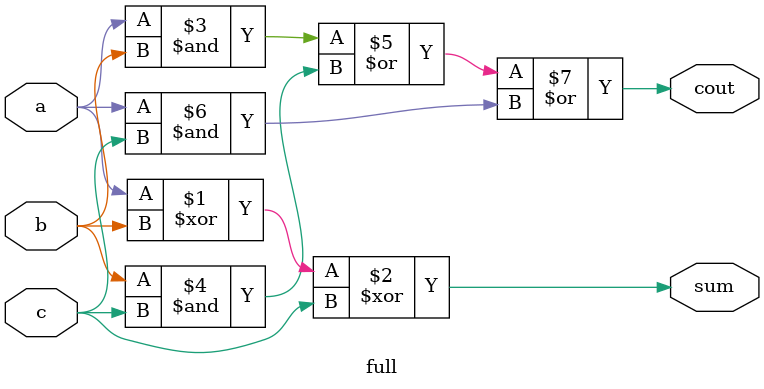
<source format=v>
module top_module (
    input [3:0] x,
    input [3:0] y, 
    output [4:0] sum);
    wire w1,w2,w3,w4;
    full f1(.a(x[0]),.b(y[0]),.c(1'b0),.sum(sum[0]),.cout(w1)   );
    full f2(.a(x[1]),.b(y[1]),.c(w1),.sum(sum[1]),.cout(w2)   );
    full f3(.a(x[2]),.b(y[2]),.c(w2),.sum(sum[2]),.cout(w3)   );
    full f4(.a(x[3]),.b(y[3]),.c(w3),.sum(sum[3]),.cout(sum[4])   );
   // full f5(.a(x[0]),.b(y[0]),.c(w4),.sum(sum[4])  );
    

endmodule


module full(
	input a,b,c,
    output sum,cout
);
   	assign sum = a^b^c;
    assign cout =(a&b)|(b&c)|(a&c);
   
endmodule

</source>
